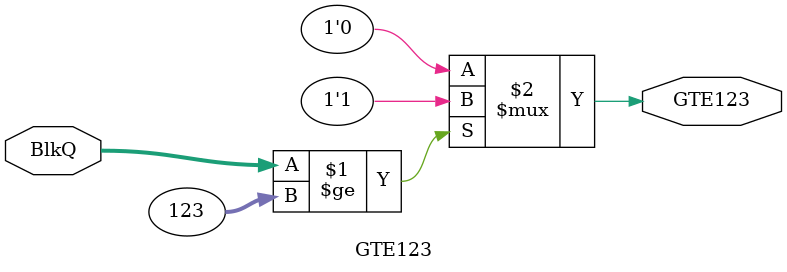
<source format=v>


module GTE123(
	BlkQ,
	GTE123
);

input wire	[6:0] BlkQ;
output wire	GTE123;

//assign	GTE123 = BlkQ[6] & BlkQ[5] & BlkQ[4] & BlkQ[3] & (BlkQ[2] | (BlkQ[1] & BlkQ[0]));
assign GTE123 = (BlkQ >= 123) ? 1'b1 : 1'b0;

endmodule

</source>
